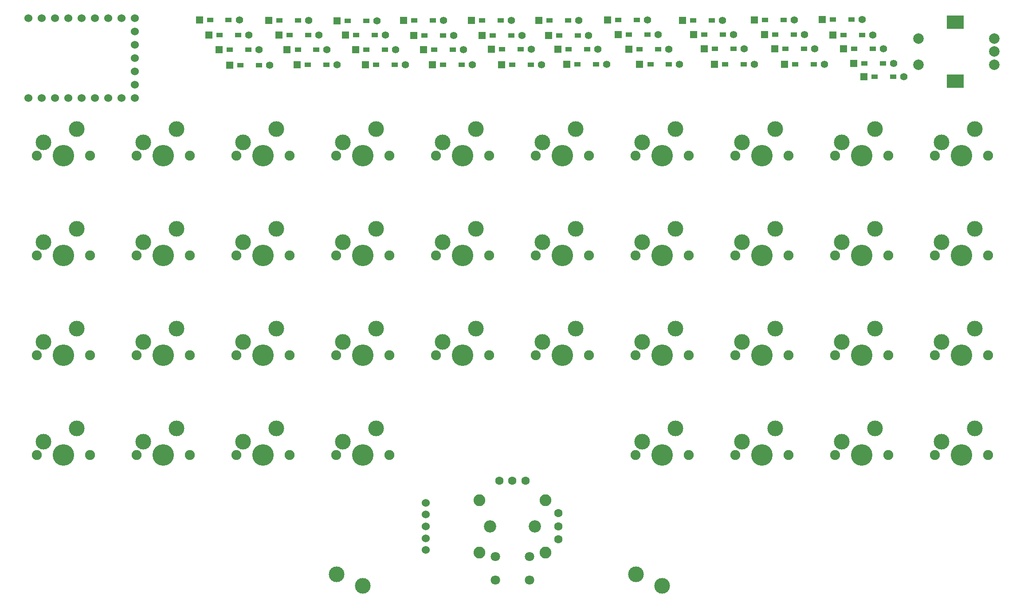
<source format=gbr>
%TF.GenerationSoftware,KiCad,Pcbnew,7.0.8*%
%TF.CreationDate,2024-05-12T08:22:54+09:00*%
%TF.ProjectId,ckb6,636b6236-2e6b-4696-9361-645f70636258,rev?*%
%TF.SameCoordinates,Original*%
%TF.FileFunction,Soldermask,Top*%
%TF.FilePolarity,Negative*%
%FSLAX46Y46*%
G04 Gerber Fmt 4.6, Leading zero omitted, Abs format (unit mm)*
G04 Created by KiCad (PCBNEW 7.0.8) date 2024-05-12 08:22:54*
%MOMM*%
%LPD*%
G01*
G04 APERTURE LIST*
%ADD10R,1.397000X1.397000*%
%ADD11R,1.300000X0.950000*%
%ADD12C,1.397000*%
%ADD13C,1.900000*%
%ADD14C,3.000000*%
%ADD15C,4.100000*%
%ADD16C,2.250000*%
%ADD17C,2.350000*%
%ADD18C,1.524000*%
%ADD19C,1.600000*%
%ADD20C,1.800000*%
%ADD21C,2.000000*%
%ADD22R,3.200000X2.500000*%
G04 APERTURE END LIST*
D10*
%TO.C,D16*%
X72975000Y142380000D03*
D11*
X75010000Y142380000D03*
X78560000Y142380000D03*
D12*
X80595000Y142380000D03*
%TD*%
D13*
%TO.C,SW301*%
X-55820000Y81200000D03*
D14*
X-58360000Y86280000D03*
D15*
X-60900000Y81200000D03*
D14*
X-64710000Y83740000D03*
D13*
X-65980000Y81200000D03*
%TD*%
%TO.C,SW1*%
X-55820000Y119300000D03*
D14*
X-58360000Y124380000D03*
D15*
X-60900000Y119300000D03*
D14*
X-64710000Y121840000D03*
D13*
X-65980000Y119300000D03*
%TD*%
D10*
%TO.C,D303*%
X35240000Y136700000D03*
D11*
X37275000Y136700000D03*
X40825000Y136700000D03*
D12*
X42860000Y136700000D03*
%TD*%
D13*
%TO.C,SW27*%
X115630000Y81200000D03*
D14*
X113090000Y86280000D03*
D15*
X110550000Y81200000D03*
D14*
X106740000Y83740000D03*
D13*
X105470000Y81200000D03*
%TD*%
%TO.C,SW30*%
X1325000Y62160000D03*
D14*
X-1215000Y67240000D03*
D15*
X-3755000Y62160000D03*
D14*
X-7565000Y64700000D03*
D13*
X-8835000Y62160000D03*
%TD*%
D10*
%TO.C,D15*%
X59395000Y142380000D03*
D11*
X61430000Y142380000D03*
X64980000Y142380000D03*
D12*
X67015000Y142380000D03*
%TD*%
D13*
%TO.C,SW17*%
X115630000Y100250000D03*
D14*
X113090000Y105330000D03*
D15*
X110550000Y100250000D03*
D14*
X106740000Y102790000D03*
D13*
X105470000Y100250000D03*
%TD*%
%TO.C,SW10*%
X-17720000Y100250000D03*
D14*
X-20260000Y105330000D03*
D15*
X-22800000Y100250000D03*
D14*
X-26610000Y102790000D03*
D13*
X-27880000Y100250000D03*
%TD*%
%TO.C,SW15*%
X77530000Y100250000D03*
D14*
X74990000Y105330000D03*
D15*
X72450000Y100250000D03*
D14*
X68640000Y102790000D03*
D13*
X67370000Y100250000D03*
%TD*%
D10*
%TO.C,D19*%
X-5080000Y139510000D03*
D11*
X-3045000Y139510000D03*
X505000Y139510000D03*
D12*
X2540000Y139510000D03*
%TD*%
D10*
%TO.C,D28*%
X-19765000Y142300000D03*
D11*
X-17730000Y142300000D03*
X-14180000Y142300000D03*
D12*
X-12145000Y142300000D03*
%TD*%
D13*
%TO.C,SW28*%
X-36770000Y100250000D03*
D14*
X-39310000Y105330000D03*
D15*
X-41850000Y100250000D03*
D14*
X-45660000Y102790000D03*
D13*
X-46930000Y100250000D03*
%TD*%
D10*
%TO.C,D5*%
X17030000Y145110000D03*
D11*
X19065000Y145110000D03*
X22615000Y145110000D03*
D12*
X24650000Y145110000D03*
%TD*%
D13*
%TO.C,SW19*%
X-17720000Y81200000D03*
D14*
X-20260000Y86280000D03*
D15*
X-22800000Y81200000D03*
D14*
X-26610000Y83740000D03*
D13*
X-27880000Y81200000D03*
%TD*%
D10*
%TO.C,D24*%
X61495000Y139670000D03*
D11*
X63530000Y139670000D03*
X67080000Y139670000D03*
D12*
X69115000Y139670000D03*
%TD*%
D10*
%TO.C,D14*%
X45075000Y142430000D03*
D11*
X47110000Y142430000D03*
X50660000Y142430000D03*
D12*
X52695000Y142430000D03*
%TD*%
D10*
%TO.C,D302*%
X-3205000Y136630000D03*
D11*
X-1170000Y136630000D03*
X2380000Y136630000D03*
D12*
X4415000Y136630000D03*
%TD*%
D13*
%TO.C,SW13*%
X39430000Y100250000D03*
D14*
X36890000Y105330000D03*
D15*
X34350000Y100250000D03*
D14*
X30540000Y102790000D03*
D13*
X29270000Y100250000D03*
%TD*%
%TO.C,SW9*%
X96580000Y119300000D03*
D14*
X94040000Y124380000D03*
D15*
X91500000Y119300000D03*
D14*
X87690000Y121840000D03*
D13*
X86420000Y119300000D03*
%TD*%
D10*
%TO.C,D21*%
X20845000Y139580000D03*
D11*
X22880000Y139580000D03*
X26430000Y139580000D03*
D12*
X28465000Y139580000D03*
%TD*%
D13*
%TO.C,SW31*%
X58480000Y62150000D03*
D14*
X55940000Y67230000D03*
D15*
X53400000Y62150000D03*
D14*
X49590000Y64690000D03*
D13*
X48320000Y62150000D03*
%TD*%
D10*
%TO.C,D20*%
X7870000Y139500000D03*
D11*
X9905000Y139500000D03*
X13455000Y139500000D03*
D12*
X15490000Y139500000D03*
%TD*%
D13*
%TO.C,SW202*%
X96580000Y62150000D03*
D14*
X94040000Y67230000D03*
D15*
X91500000Y62150000D03*
D14*
X87690000Y64690000D03*
D13*
X86420000Y62150000D03*
%TD*%
D10*
%TO.C,D26*%
X-29095000Y136590000D03*
D11*
X-27060000Y136590000D03*
X-23510000Y136590000D03*
D12*
X-21475000Y136590000D03*
%TD*%
D10*
%TO.C,D13*%
X31770000Y142280000D03*
D11*
X33805000Y142280000D03*
X37355000Y142280000D03*
D12*
X39390000Y142280000D03*
%TD*%
D10*
%TO.C,D1*%
X-34925000Y145170000D03*
D11*
X-32890000Y145170000D03*
X-29340000Y145170000D03*
D12*
X-27305000Y145170000D03*
%TD*%
D13*
%TO.C,SW29*%
X77530000Y62150000D03*
D14*
X74990000Y67230000D03*
D15*
X72450000Y62150000D03*
D14*
X68640000Y64690000D03*
D13*
X67370000Y62150000D03*
%TD*%
%TO.C,SW3*%
X-17720000Y119300000D03*
D14*
X-20260000Y124380000D03*
D15*
X-22800000Y119300000D03*
D14*
X-26610000Y121840000D03*
D13*
X-27880000Y119300000D03*
%TD*%
%TO.C,SW22*%
X39430000Y81200000D03*
D14*
X36890000Y86280000D03*
D15*
X34350000Y81200000D03*
D14*
X30540000Y83740000D03*
D13*
X29270000Y81200000D03*
%TD*%
D10*
%TO.C,D102*%
X-33095000Y142310000D03*
D11*
X-31060000Y142310000D03*
X-27510000Y142310000D03*
D12*
X-25475000Y142310000D03*
%TD*%
D10*
%TO.C,D23*%
X47045000Y139620000D03*
D11*
X49080000Y139620000D03*
X52630000Y139620000D03*
D12*
X54665000Y139620000D03*
%TD*%
D10*
%TO.C,D9*%
X70995000Y145190000D03*
D11*
X73030000Y145190000D03*
X76580000Y145190000D03*
D12*
X78615000Y145190000D03*
%TD*%
D13*
%TO.C,SW12*%
X20380000Y100250000D03*
D14*
X17840000Y105330000D03*
D15*
X15300000Y100250000D03*
D14*
X11490000Y102790000D03*
D13*
X10220000Y100250000D03*
%TD*%
D16*
%TO.C,J1*%
X18517500Y53520000D03*
X18517500Y43520000D03*
D17*
X20542500Y48520000D03*
X29142500Y48520000D03*
D16*
X31167500Y53520000D03*
X31167500Y43520000D03*
D18*
X8332500Y53028000D03*
D19*
X27342500Y57250000D03*
X33572500Y46020000D03*
D18*
X8332500Y50774000D03*
D19*
X24842500Y57250000D03*
D18*
X8332500Y48520000D03*
D19*
X33572500Y48520000D03*
D18*
X8332500Y46266000D03*
D20*
X21592500Y42770000D03*
X28092500Y42770000D03*
D18*
X8332500Y44012000D03*
D20*
X21592500Y38270000D03*
D19*
X22342500Y57250000D03*
D20*
X28092500Y38270000D03*
D19*
X33572500Y51020000D03*
%TD*%
D10*
%TO.C,D29*%
X63440000Y136760000D03*
D11*
X65475000Y136760000D03*
X69025000Y136760000D03*
D12*
X71060000Y136760000D03*
%TD*%
D13*
%TO.C,SW102*%
X-55820000Y100250000D03*
D14*
X-58360000Y105330000D03*
D15*
X-60900000Y100250000D03*
D14*
X-64710000Y102790000D03*
D13*
X-65980000Y100250000D03*
%TD*%
D10*
%TO.C,D101*%
X84025000Y145310000D03*
D11*
X86060000Y145310000D03*
X89610000Y145310000D03*
D12*
X91645000Y145310000D03*
%TD*%
D13*
%TO.C,SW6*%
X39430000Y119300000D03*
D14*
X36890000Y124380000D03*
D15*
X34350000Y119300000D03*
D14*
X30540000Y121840000D03*
D13*
X29270000Y119300000D03*
%TD*%
D10*
%TO.C,D22*%
X33505000Y139610000D03*
D11*
X35540000Y139610000D03*
X39090000Y139610000D03*
D12*
X41125000Y139610000D03*
%TD*%
D10*
%TO.C,D301*%
X-31155000Y139560000D03*
D11*
X-29120000Y139560000D03*
X-25570000Y139560000D03*
D12*
X-23535000Y139560000D03*
%TD*%
D10*
%TO.C,D27*%
X91980000Y134400000D03*
D11*
X94015000Y134400000D03*
X97565000Y134400000D03*
D12*
X99600000Y134400000D03*
%TD*%
D10*
%TO.C,D12*%
X19065000Y142220000D03*
D11*
X21100000Y142220000D03*
X24650000Y142220000D03*
D12*
X26685000Y142220000D03*
%TD*%
D14*
%TO.C,SW32*%
X-8755000Y39400000D03*
X-3755000Y37200000D03*
%TD*%
D13*
%TO.C,SW5*%
X20380000Y119300000D03*
D14*
X17840000Y124380000D03*
D15*
X15300000Y119300000D03*
D14*
X11490000Y121840000D03*
D13*
X10220000Y119300000D03*
%TD*%
D10*
%TO.C,D3*%
X-8645000Y145060000D03*
D11*
X-6610000Y145060000D03*
X-3060000Y145060000D03*
D12*
X-1025000Y145060000D03*
%TD*%
D10*
%TO.C,D30*%
X9595000Y136660000D03*
D11*
X11630000Y136660000D03*
X15180000Y136660000D03*
D12*
X17215000Y136660000D03*
%TD*%
D10*
%TO.C,D8*%
X57335000Y145140000D03*
D11*
X59370000Y145140000D03*
X62920000Y145140000D03*
D12*
X64955000Y145140000D03*
%TD*%
D13*
%TO.C,SW24*%
X77530000Y81200000D03*
D14*
X74990000Y86280000D03*
D15*
X72450000Y81200000D03*
D14*
X68640000Y83740000D03*
D13*
X67370000Y81200000D03*
%TD*%
%TO.C,SW16*%
X96580000Y100250000D03*
D14*
X94040000Y105330000D03*
D15*
X91500000Y100250000D03*
D14*
X87690000Y102790000D03*
D13*
X86420000Y100250000D03*
%TD*%
D21*
%TO.C,SW33*%
X116850000Y136660000D03*
X116850000Y141660000D03*
X116850000Y139160000D03*
D22*
X109350000Y133560000D03*
X109350000Y144760000D03*
D21*
X102350000Y141660000D03*
X102350000Y136660000D03*
%TD*%
D10*
%TO.C,D201*%
X-16230000Y136630000D03*
D11*
X-14195000Y136630000D03*
X-10645000Y136630000D03*
D12*
X-8610000Y136630000D03*
%TD*%
D13*
%TO.C,SW23*%
X58480000Y81200000D03*
D14*
X55940000Y86280000D03*
D15*
X53400000Y81200000D03*
D14*
X49590000Y83740000D03*
D13*
X48320000Y81200000D03*
%TD*%
%TO.C,SW7*%
X58480000Y119300000D03*
D14*
X55940000Y124380000D03*
D15*
X53400000Y119300000D03*
D14*
X49590000Y121840000D03*
D13*
X48320000Y119300000D03*
%TD*%
D10*
%TO.C,D34*%
X88040000Y139690000D03*
D11*
X90075000Y139690000D03*
X93625000Y139690000D03*
D12*
X95660000Y139690000D03*
%TD*%
D10*
%TO.C,D4*%
X4100000Y145080000D03*
D11*
X6135000Y145080000D03*
X9685000Y145080000D03*
D12*
X11720000Y145080000D03*
%TD*%
D13*
%TO.C,SW14*%
X58480000Y100250000D03*
D14*
X55940000Y105330000D03*
D15*
X53400000Y100250000D03*
D14*
X49590000Y102790000D03*
D13*
X48320000Y100250000D03*
%TD*%
%TO.C,SW21*%
X20380000Y81200000D03*
D14*
X17840000Y86280000D03*
D15*
X15300000Y81200000D03*
D14*
X11490000Y83740000D03*
D13*
X10220000Y81200000D03*
%TD*%
D10*
%TO.C,D6*%
X29890000Y145160000D03*
D11*
X31925000Y145160000D03*
X35475000Y145160000D03*
D12*
X37510000Y145160000D03*
%TD*%
D13*
%TO.C,SW101*%
X115630000Y119300000D03*
D14*
X113090000Y124380000D03*
D15*
X110550000Y119300000D03*
D14*
X106740000Y121840000D03*
D13*
X105470000Y119300000D03*
%TD*%
D10*
%TO.C,D25*%
X74950000Y139710000D03*
D11*
X76985000Y139710000D03*
X80535000Y139710000D03*
D12*
X82570000Y139710000D03*
%TD*%
D13*
%TO.C,SW18*%
X-36770000Y81200000D03*
D14*
X-39310000Y86280000D03*
D15*
X-41850000Y81200000D03*
D14*
X-45660000Y83740000D03*
D13*
X-46930000Y81200000D03*
%TD*%
D10*
%TO.C,D31*%
X49145000Y136700000D03*
D11*
X51180000Y136700000D03*
X54730000Y136700000D03*
D12*
X56765000Y136700000D03*
%TD*%
D13*
%TO.C,SW302*%
X-17720000Y62150000D03*
D14*
X-20260000Y67230000D03*
D15*
X-22800000Y62150000D03*
D14*
X-26610000Y64690000D03*
D13*
X-27880000Y62150000D03*
%TD*%
D10*
%TO.C,D10*%
X-6995000Y142310000D03*
D11*
X-4960000Y142310000D03*
X-1410000Y142310000D03*
D12*
X625000Y142310000D03*
%TD*%
D10*
%TO.C,D7*%
X42985000Y145180000D03*
D11*
X45020000Y145180000D03*
X48570000Y145180000D03*
D12*
X50605000Y145180000D03*
%TD*%
D10*
%TO.C,D33*%
X90030000Y136880000D03*
D11*
X92065000Y136880000D03*
X95615000Y136880000D03*
D12*
X97650000Y136880000D03*
%TD*%
D13*
%TO.C,SW201*%
X-36770000Y62150000D03*
D14*
X-39310000Y67230000D03*
D15*
X-41850000Y62150000D03*
D14*
X-45660000Y64690000D03*
D13*
X-46930000Y62150000D03*
%TD*%
%TO.C,SW25*%
X96580000Y81200000D03*
D14*
X94040000Y86280000D03*
D15*
X91500000Y81200000D03*
D14*
X87690000Y83740000D03*
D13*
X86420000Y81200000D03*
%TD*%
D10*
%TO.C,D202*%
X76805000Y136710000D03*
D11*
X78840000Y136710000D03*
X82390000Y136710000D03*
D12*
X84425000Y136710000D03*
%TD*%
D10*
%TO.C,D2*%
X-21665000Y145110000D03*
D11*
X-19630000Y145110000D03*
X-16080000Y145110000D03*
D12*
X-14045000Y145110000D03*
%TD*%
D14*
%TO.C,SW303*%
X48400000Y39400000D03*
X53400000Y37200000D03*
%TD*%
D13*
%TO.C,SW2*%
X-36770000Y119300000D03*
D14*
X-39310000Y124380000D03*
D15*
X-41850000Y119300000D03*
D14*
X-45660000Y121840000D03*
D13*
X-46930000Y119300000D03*
%TD*%
D10*
%TO.C,D11*%
X6040000Y142260000D03*
D11*
X8075000Y142260000D03*
X11625000Y142260000D03*
D12*
X13660000Y142260000D03*
%TD*%
D10*
%TO.C,D17*%
X86000000Y142340000D03*
D11*
X88035000Y142340000D03*
X91585000Y142340000D03*
D12*
X93620000Y142340000D03*
%TD*%
D13*
%TO.C,SW8*%
X77530000Y119300000D03*
D14*
X74990000Y124380000D03*
D15*
X72450000Y119300000D03*
D14*
X68640000Y121840000D03*
D13*
X67370000Y119300000D03*
%TD*%
%TO.C,SW20*%
X1330000Y81200000D03*
D14*
X-1210000Y86280000D03*
D15*
X-3750000Y81200000D03*
D14*
X-7560000Y83740000D03*
D13*
X-8830000Y81200000D03*
%TD*%
D10*
%TO.C,D32*%
X22780000Y136650000D03*
D11*
X24815000Y136650000D03*
X28365000Y136650000D03*
D12*
X30400000Y136650000D03*
%TD*%
D10*
%TO.C,D18*%
X-18165000Y139500000D03*
D11*
X-16130000Y139500000D03*
X-12580000Y139500000D03*
D12*
X-10545000Y139500000D03*
%TD*%
D13*
%TO.C,SW34*%
X115630000Y62150000D03*
D14*
X113090000Y67230000D03*
D15*
X110550000Y62150000D03*
D14*
X106740000Y64690000D03*
D13*
X105470000Y62150000D03*
%TD*%
%TO.C,SW11*%
X1330000Y100250000D03*
D14*
X-1210000Y105330000D03*
D15*
X-3750000Y100250000D03*
D14*
X-7560000Y102790000D03*
D13*
X-8830000Y100250000D03*
%TD*%
%TO.C,SW26*%
X-55820000Y62150000D03*
D14*
X-58360000Y67230000D03*
D15*
X-60900000Y62150000D03*
D14*
X-64710000Y64690000D03*
D13*
X-65980000Y62150000D03*
%TD*%
%TO.C,SW4*%
X1330000Y119300000D03*
D14*
X-1210000Y124380000D03*
D15*
X-3750000Y119300000D03*
D14*
X-7560000Y121840000D03*
D13*
X-8830000Y119300000D03*
%TD*%
D18*
%TO.C,U1*%
X-67567500Y130260000D03*
X-65027500Y130260000D03*
X-62487500Y130260000D03*
X-59947500Y130260000D03*
X-57407500Y130260000D03*
X-54867500Y130260000D03*
X-52327500Y130260000D03*
X-49787500Y130260000D03*
X-47247500Y130260000D03*
X-47247500Y132800000D03*
X-47247500Y135340000D03*
X-47247500Y137880000D03*
X-47247500Y140420000D03*
X-47247500Y142960000D03*
X-47247500Y145500000D03*
X-49787500Y145500000D03*
X-52327500Y145500000D03*
X-54867500Y145500000D03*
X-57407500Y145500000D03*
X-59947500Y145500000D03*
X-62487500Y145500000D03*
X-65027500Y145500000D03*
X-67567500Y145500000D03*
%TD*%
M02*

</source>
